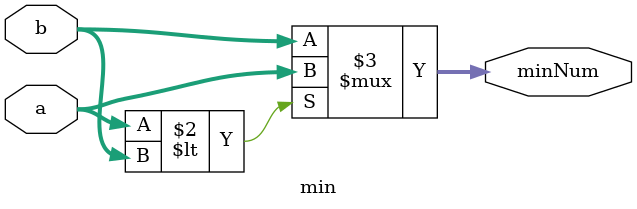
<source format=v>
module max(input [4:0] a,
input [4:0] b,
output reg [4:0] maxNum);

always@(*) begin
	maxNum <= (a>b)? a : b;
end
endmodule

module min(input [4:0] a,
input [4:0] b,
output reg [4:0] minNum);

always@(*) begin
	minNum <= (a<b)? a : b;
end
endmodule


</source>
